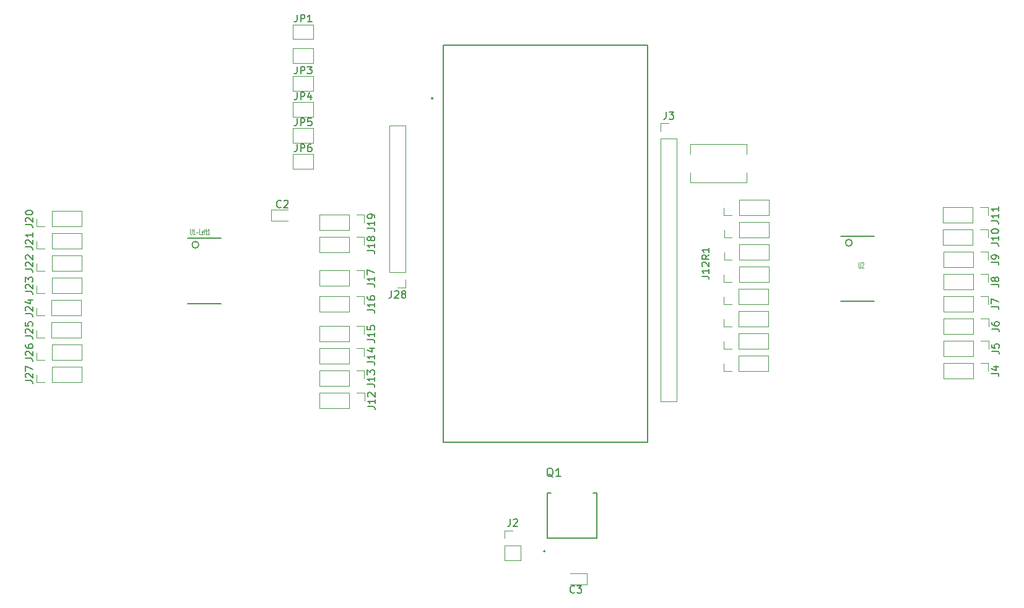
<source format=gbr>
%TF.GenerationSoftware,KiCad,Pcbnew,8.0.5*%
%TF.CreationDate,2024-11-24T13:45:08+01:00*%
%TF.ProjectId,navrh03,6e617672-6830-4332-9e6b-696361645f70,rev?*%
%TF.SameCoordinates,Original*%
%TF.FileFunction,Legend,Top*%
%TF.FilePolarity,Positive*%
%FSLAX46Y46*%
G04 Gerber Fmt 4.6, Leading zero omitted, Abs format (unit mm)*
G04 Created by KiCad (PCBNEW 8.0.5) date 2024-11-24 13:45:08*
%MOMM*%
%LPD*%
G01*
G04 APERTURE LIST*
%ADD10C,0.150000*%
%ADD11C,0.080000*%
%ADD12C,0.127000*%
%ADD13C,0.120000*%
%ADD14C,0.152400*%
%ADD15C,0.200000*%
G04 APERTURE END LIST*
D10*
X116838666Y-52803819D02*
X116838666Y-53518104D01*
X116838666Y-53518104D02*
X116791047Y-53660961D01*
X116791047Y-53660961D02*
X116695809Y-53756200D01*
X116695809Y-53756200D02*
X116552952Y-53803819D01*
X116552952Y-53803819D02*
X116457714Y-53803819D01*
X117314857Y-53803819D02*
X117314857Y-52803819D01*
X117314857Y-52803819D02*
X117695809Y-52803819D01*
X117695809Y-52803819D02*
X117791047Y-52851438D01*
X117791047Y-52851438D02*
X117838666Y-52899057D01*
X117838666Y-52899057D02*
X117886285Y-52994295D01*
X117886285Y-52994295D02*
X117886285Y-53137152D01*
X117886285Y-53137152D02*
X117838666Y-53232390D01*
X117838666Y-53232390D02*
X117791047Y-53280009D01*
X117791047Y-53280009D02*
X117695809Y-53327628D01*
X117695809Y-53327628D02*
X117314857Y-53327628D01*
X118219619Y-52803819D02*
X118838666Y-52803819D01*
X118838666Y-52803819D02*
X118505333Y-53184771D01*
X118505333Y-53184771D02*
X118648190Y-53184771D01*
X118648190Y-53184771D02*
X118743428Y-53232390D01*
X118743428Y-53232390D02*
X118791047Y-53280009D01*
X118791047Y-53280009D02*
X118838666Y-53375247D01*
X118838666Y-53375247D02*
X118838666Y-53613342D01*
X118838666Y-53613342D02*
X118791047Y-53708580D01*
X118791047Y-53708580D02*
X118743428Y-53756200D01*
X118743428Y-53756200D02*
X118648190Y-53803819D01*
X118648190Y-53803819D02*
X118362476Y-53803819D01*
X118362476Y-53803819D02*
X118267238Y-53756200D01*
X118267238Y-53756200D02*
X118219619Y-53708580D01*
X145970666Y-114758819D02*
X145970666Y-115473104D01*
X145970666Y-115473104D02*
X145923047Y-115615961D01*
X145923047Y-115615961D02*
X145827809Y-115711200D01*
X145827809Y-115711200D02*
X145684952Y-115758819D01*
X145684952Y-115758819D02*
X145589714Y-115758819D01*
X146399238Y-114854057D02*
X146446857Y-114806438D01*
X146446857Y-114806438D02*
X146542095Y-114758819D01*
X146542095Y-114758819D02*
X146780190Y-114758819D01*
X146780190Y-114758819D02*
X146875428Y-114806438D01*
X146875428Y-114806438D02*
X146923047Y-114854057D01*
X146923047Y-114854057D02*
X146970666Y-114949295D01*
X146970666Y-114949295D02*
X146970666Y-115044533D01*
X146970666Y-115044533D02*
X146923047Y-115187390D01*
X146923047Y-115187390D02*
X146351619Y-115758819D01*
X146351619Y-115758819D02*
X146970666Y-115758819D01*
X114641333Y-72031580D02*
X114593714Y-72079200D01*
X114593714Y-72079200D02*
X114450857Y-72126819D01*
X114450857Y-72126819D02*
X114355619Y-72126819D01*
X114355619Y-72126819D02*
X114212762Y-72079200D01*
X114212762Y-72079200D02*
X114117524Y-71983961D01*
X114117524Y-71983961D02*
X114069905Y-71888723D01*
X114069905Y-71888723D02*
X114022286Y-71698247D01*
X114022286Y-71698247D02*
X114022286Y-71555390D01*
X114022286Y-71555390D02*
X114069905Y-71364914D01*
X114069905Y-71364914D02*
X114117524Y-71269676D01*
X114117524Y-71269676D02*
X114212762Y-71174438D01*
X114212762Y-71174438D02*
X114355619Y-71126819D01*
X114355619Y-71126819D02*
X114450857Y-71126819D01*
X114450857Y-71126819D02*
X114593714Y-71174438D01*
X114593714Y-71174438D02*
X114641333Y-71222057D01*
X115022286Y-71222057D02*
X115069905Y-71174438D01*
X115069905Y-71174438D02*
X115165143Y-71126819D01*
X115165143Y-71126819D02*
X115403238Y-71126819D01*
X115403238Y-71126819D02*
X115498476Y-71174438D01*
X115498476Y-71174438D02*
X115546095Y-71222057D01*
X115546095Y-71222057D02*
X115593714Y-71317295D01*
X115593714Y-71317295D02*
X115593714Y-71412533D01*
X115593714Y-71412533D02*
X115546095Y-71555390D01*
X115546095Y-71555390D02*
X114974667Y-72126819D01*
X114974667Y-72126819D02*
X115593714Y-72126819D01*
X79658819Y-86661523D02*
X80373104Y-86661523D01*
X80373104Y-86661523D02*
X80515961Y-86709142D01*
X80515961Y-86709142D02*
X80611200Y-86804380D01*
X80611200Y-86804380D02*
X80658819Y-86947237D01*
X80658819Y-86947237D02*
X80658819Y-87042475D01*
X79754057Y-86232951D02*
X79706438Y-86185332D01*
X79706438Y-86185332D02*
X79658819Y-86090094D01*
X79658819Y-86090094D02*
X79658819Y-85851999D01*
X79658819Y-85851999D02*
X79706438Y-85756761D01*
X79706438Y-85756761D02*
X79754057Y-85709142D01*
X79754057Y-85709142D02*
X79849295Y-85661523D01*
X79849295Y-85661523D02*
X79944533Y-85661523D01*
X79944533Y-85661523D02*
X80087390Y-85709142D01*
X80087390Y-85709142D02*
X80658819Y-86280570D01*
X80658819Y-86280570D02*
X80658819Y-85661523D01*
X79992152Y-84804380D02*
X80658819Y-84804380D01*
X79611200Y-85042475D02*
X80325485Y-85280570D01*
X80325485Y-85280570D02*
X80325485Y-84661523D01*
X126450819Y-74977523D02*
X127165104Y-74977523D01*
X127165104Y-74977523D02*
X127307961Y-75025142D01*
X127307961Y-75025142D02*
X127403200Y-75120380D01*
X127403200Y-75120380D02*
X127450819Y-75263237D01*
X127450819Y-75263237D02*
X127450819Y-75358475D01*
X127450819Y-73977523D02*
X127450819Y-74548951D01*
X127450819Y-74263237D02*
X126450819Y-74263237D01*
X126450819Y-74263237D02*
X126593676Y-74358475D01*
X126593676Y-74358475D02*
X126688914Y-74453713D01*
X126688914Y-74453713D02*
X126736533Y-74548951D01*
X127450819Y-73501332D02*
X127450819Y-73310856D01*
X127450819Y-73310856D02*
X127403200Y-73215618D01*
X127403200Y-73215618D02*
X127355580Y-73167999D01*
X127355580Y-73167999D02*
X127212723Y-73072761D01*
X127212723Y-73072761D02*
X127022247Y-73025142D01*
X127022247Y-73025142D02*
X126641295Y-73025142D01*
X126641295Y-73025142D02*
X126546057Y-73072761D01*
X126546057Y-73072761D02*
X126498438Y-73120380D01*
X126498438Y-73120380D02*
X126450819Y-73215618D01*
X126450819Y-73215618D02*
X126450819Y-73406094D01*
X126450819Y-73406094D02*
X126498438Y-73501332D01*
X126498438Y-73501332D02*
X126546057Y-73548951D01*
X126546057Y-73548951D02*
X126641295Y-73596570D01*
X126641295Y-73596570D02*
X126879390Y-73596570D01*
X126879390Y-73596570D02*
X126974628Y-73548951D01*
X126974628Y-73548951D02*
X127022247Y-73501332D01*
X127022247Y-73501332D02*
X127069866Y-73406094D01*
X127069866Y-73406094D02*
X127069866Y-73215618D01*
X127069866Y-73215618D02*
X127022247Y-73120380D01*
X127022247Y-73120380D02*
X126974628Y-73072761D01*
X126974628Y-73072761D02*
X126879390Y-73025142D01*
X116838666Y-63453819D02*
X116838666Y-64168104D01*
X116838666Y-64168104D02*
X116791047Y-64310961D01*
X116791047Y-64310961D02*
X116695809Y-64406200D01*
X116695809Y-64406200D02*
X116552952Y-64453819D01*
X116552952Y-64453819D02*
X116457714Y-64453819D01*
X117314857Y-64453819D02*
X117314857Y-63453819D01*
X117314857Y-63453819D02*
X117695809Y-63453819D01*
X117695809Y-63453819D02*
X117791047Y-63501438D01*
X117791047Y-63501438D02*
X117838666Y-63549057D01*
X117838666Y-63549057D02*
X117886285Y-63644295D01*
X117886285Y-63644295D02*
X117886285Y-63787152D01*
X117886285Y-63787152D02*
X117838666Y-63882390D01*
X117838666Y-63882390D02*
X117791047Y-63930009D01*
X117791047Y-63930009D02*
X117695809Y-63977628D01*
X117695809Y-63977628D02*
X117314857Y-63977628D01*
X118743428Y-63453819D02*
X118552952Y-63453819D01*
X118552952Y-63453819D02*
X118457714Y-63501438D01*
X118457714Y-63501438D02*
X118410095Y-63549057D01*
X118410095Y-63549057D02*
X118314857Y-63691914D01*
X118314857Y-63691914D02*
X118267238Y-63882390D01*
X118267238Y-63882390D02*
X118267238Y-64263342D01*
X118267238Y-64263342D02*
X118314857Y-64358580D01*
X118314857Y-64358580D02*
X118362476Y-64406200D01*
X118362476Y-64406200D02*
X118457714Y-64453819D01*
X118457714Y-64453819D02*
X118648190Y-64453819D01*
X118648190Y-64453819D02*
X118743428Y-64406200D01*
X118743428Y-64406200D02*
X118791047Y-64358580D01*
X118791047Y-64358580D02*
X118838666Y-64263342D01*
X118838666Y-64263342D02*
X118838666Y-64025247D01*
X118838666Y-64025247D02*
X118791047Y-63930009D01*
X118791047Y-63930009D02*
X118743428Y-63882390D01*
X118743428Y-63882390D02*
X118648190Y-63834771D01*
X118648190Y-63834771D02*
X118457714Y-63834771D01*
X118457714Y-63834771D02*
X118362476Y-63882390D01*
X118362476Y-63882390D02*
X118314857Y-63930009D01*
X118314857Y-63930009D02*
X118267238Y-64025247D01*
X79658819Y-89709523D02*
X80373104Y-89709523D01*
X80373104Y-89709523D02*
X80515961Y-89757142D01*
X80515961Y-89757142D02*
X80611200Y-89852380D01*
X80611200Y-89852380D02*
X80658819Y-89995237D01*
X80658819Y-89995237D02*
X80658819Y-90090475D01*
X79754057Y-89280951D02*
X79706438Y-89233332D01*
X79706438Y-89233332D02*
X79658819Y-89138094D01*
X79658819Y-89138094D02*
X79658819Y-88899999D01*
X79658819Y-88899999D02*
X79706438Y-88804761D01*
X79706438Y-88804761D02*
X79754057Y-88757142D01*
X79754057Y-88757142D02*
X79849295Y-88709523D01*
X79849295Y-88709523D02*
X79944533Y-88709523D01*
X79944533Y-88709523D02*
X80087390Y-88757142D01*
X80087390Y-88757142D02*
X80658819Y-89328570D01*
X80658819Y-89328570D02*
X80658819Y-88709523D01*
X79658819Y-87804761D02*
X79658819Y-88280951D01*
X79658819Y-88280951D02*
X80135009Y-88328570D01*
X80135009Y-88328570D02*
X80087390Y-88280951D01*
X80087390Y-88280951D02*
X80039771Y-88185713D01*
X80039771Y-88185713D02*
X80039771Y-87947618D01*
X80039771Y-87947618D02*
X80087390Y-87852380D01*
X80087390Y-87852380D02*
X80135009Y-87804761D01*
X80135009Y-87804761D02*
X80230247Y-87757142D01*
X80230247Y-87757142D02*
X80468342Y-87757142D01*
X80468342Y-87757142D02*
X80563580Y-87804761D01*
X80563580Y-87804761D02*
X80611200Y-87852380D01*
X80611200Y-87852380D02*
X80658819Y-87947618D01*
X80658819Y-87947618D02*
X80658819Y-88185713D01*
X80658819Y-88185713D02*
X80611200Y-88280951D01*
X80611200Y-88280951D02*
X80563580Y-88328570D01*
X116838666Y-59903819D02*
X116838666Y-60618104D01*
X116838666Y-60618104D02*
X116791047Y-60760961D01*
X116791047Y-60760961D02*
X116695809Y-60856200D01*
X116695809Y-60856200D02*
X116552952Y-60903819D01*
X116552952Y-60903819D02*
X116457714Y-60903819D01*
X117314857Y-60903819D02*
X117314857Y-59903819D01*
X117314857Y-59903819D02*
X117695809Y-59903819D01*
X117695809Y-59903819D02*
X117791047Y-59951438D01*
X117791047Y-59951438D02*
X117838666Y-59999057D01*
X117838666Y-59999057D02*
X117886285Y-60094295D01*
X117886285Y-60094295D02*
X117886285Y-60237152D01*
X117886285Y-60237152D02*
X117838666Y-60332390D01*
X117838666Y-60332390D02*
X117791047Y-60380009D01*
X117791047Y-60380009D02*
X117695809Y-60427628D01*
X117695809Y-60427628D02*
X117314857Y-60427628D01*
X118791047Y-59903819D02*
X118314857Y-59903819D01*
X118314857Y-59903819D02*
X118267238Y-60380009D01*
X118267238Y-60380009D02*
X118314857Y-60332390D01*
X118314857Y-60332390D02*
X118410095Y-60284771D01*
X118410095Y-60284771D02*
X118648190Y-60284771D01*
X118648190Y-60284771D02*
X118743428Y-60332390D01*
X118743428Y-60332390D02*
X118791047Y-60380009D01*
X118791047Y-60380009D02*
X118838666Y-60475247D01*
X118838666Y-60475247D02*
X118838666Y-60713342D01*
X118838666Y-60713342D02*
X118791047Y-60808580D01*
X118791047Y-60808580D02*
X118743428Y-60856200D01*
X118743428Y-60856200D02*
X118648190Y-60903819D01*
X118648190Y-60903819D02*
X118410095Y-60903819D01*
X118410095Y-60903819D02*
X118314857Y-60856200D01*
X118314857Y-60856200D02*
X118267238Y-60808580D01*
X126450819Y-78025523D02*
X127165104Y-78025523D01*
X127165104Y-78025523D02*
X127307961Y-78073142D01*
X127307961Y-78073142D02*
X127403200Y-78168380D01*
X127403200Y-78168380D02*
X127450819Y-78311237D01*
X127450819Y-78311237D02*
X127450819Y-78406475D01*
X127450819Y-77025523D02*
X127450819Y-77596951D01*
X127450819Y-77311237D02*
X126450819Y-77311237D01*
X126450819Y-77311237D02*
X126593676Y-77406475D01*
X126593676Y-77406475D02*
X126688914Y-77501713D01*
X126688914Y-77501713D02*
X126736533Y-77596951D01*
X126879390Y-76454094D02*
X126831771Y-76549332D01*
X126831771Y-76549332D02*
X126784152Y-76596951D01*
X126784152Y-76596951D02*
X126688914Y-76644570D01*
X126688914Y-76644570D02*
X126641295Y-76644570D01*
X126641295Y-76644570D02*
X126546057Y-76596951D01*
X126546057Y-76596951D02*
X126498438Y-76549332D01*
X126498438Y-76549332D02*
X126450819Y-76454094D01*
X126450819Y-76454094D02*
X126450819Y-76263618D01*
X126450819Y-76263618D02*
X126498438Y-76168380D01*
X126498438Y-76168380D02*
X126546057Y-76120761D01*
X126546057Y-76120761D02*
X126641295Y-76073142D01*
X126641295Y-76073142D02*
X126688914Y-76073142D01*
X126688914Y-76073142D02*
X126784152Y-76120761D01*
X126784152Y-76120761D02*
X126831771Y-76168380D01*
X126831771Y-76168380D02*
X126879390Y-76263618D01*
X126879390Y-76263618D02*
X126879390Y-76454094D01*
X126879390Y-76454094D02*
X126927009Y-76549332D01*
X126927009Y-76549332D02*
X126974628Y-76596951D01*
X126974628Y-76596951D02*
X127069866Y-76644570D01*
X127069866Y-76644570D02*
X127260342Y-76644570D01*
X127260342Y-76644570D02*
X127355580Y-76596951D01*
X127355580Y-76596951D02*
X127403200Y-76549332D01*
X127403200Y-76549332D02*
X127450819Y-76454094D01*
X127450819Y-76454094D02*
X127450819Y-76263618D01*
X127450819Y-76263618D02*
X127403200Y-76168380D01*
X127403200Y-76168380D02*
X127355580Y-76120761D01*
X127355580Y-76120761D02*
X127260342Y-76073142D01*
X127260342Y-76073142D02*
X127069866Y-76073142D01*
X127069866Y-76073142D02*
X126974628Y-76120761D01*
X126974628Y-76120761D02*
X126927009Y-76168380D01*
X126927009Y-76168380D02*
X126879390Y-76263618D01*
X126482819Y-99361523D02*
X127197104Y-99361523D01*
X127197104Y-99361523D02*
X127339961Y-99409142D01*
X127339961Y-99409142D02*
X127435200Y-99504380D01*
X127435200Y-99504380D02*
X127482819Y-99647237D01*
X127482819Y-99647237D02*
X127482819Y-99742475D01*
X127482819Y-98361523D02*
X127482819Y-98932951D01*
X127482819Y-98647237D02*
X126482819Y-98647237D01*
X126482819Y-98647237D02*
X126625676Y-98742475D01*
X126625676Y-98742475D02*
X126720914Y-98837713D01*
X126720914Y-98837713D02*
X126768533Y-98932951D01*
X126578057Y-97980570D02*
X126530438Y-97932951D01*
X126530438Y-97932951D02*
X126482819Y-97837713D01*
X126482819Y-97837713D02*
X126482819Y-97599618D01*
X126482819Y-97599618D02*
X126530438Y-97504380D01*
X126530438Y-97504380D02*
X126578057Y-97456761D01*
X126578057Y-97456761D02*
X126673295Y-97409142D01*
X126673295Y-97409142D02*
X126768533Y-97409142D01*
X126768533Y-97409142D02*
X126911390Y-97456761D01*
X126911390Y-97456761D02*
X127482819Y-98028189D01*
X127482819Y-98028189D02*
X127482819Y-97409142D01*
X79690819Y-80565523D02*
X80405104Y-80565523D01*
X80405104Y-80565523D02*
X80547961Y-80613142D01*
X80547961Y-80613142D02*
X80643200Y-80708380D01*
X80643200Y-80708380D02*
X80690819Y-80851237D01*
X80690819Y-80851237D02*
X80690819Y-80946475D01*
X79786057Y-80136951D02*
X79738438Y-80089332D01*
X79738438Y-80089332D02*
X79690819Y-79994094D01*
X79690819Y-79994094D02*
X79690819Y-79755999D01*
X79690819Y-79755999D02*
X79738438Y-79660761D01*
X79738438Y-79660761D02*
X79786057Y-79613142D01*
X79786057Y-79613142D02*
X79881295Y-79565523D01*
X79881295Y-79565523D02*
X79976533Y-79565523D01*
X79976533Y-79565523D02*
X80119390Y-79613142D01*
X80119390Y-79613142D02*
X80690819Y-80184570D01*
X80690819Y-80184570D02*
X80690819Y-79565523D01*
X79786057Y-79184570D02*
X79738438Y-79136951D01*
X79738438Y-79136951D02*
X79690819Y-79041713D01*
X79690819Y-79041713D02*
X79690819Y-78803618D01*
X79690819Y-78803618D02*
X79738438Y-78708380D01*
X79738438Y-78708380D02*
X79786057Y-78660761D01*
X79786057Y-78660761D02*
X79881295Y-78613142D01*
X79881295Y-78613142D02*
X79976533Y-78613142D01*
X79976533Y-78613142D02*
X80119390Y-78660761D01*
X80119390Y-78660761D02*
X80690819Y-79232189D01*
X80690819Y-79232189D02*
X80690819Y-78613142D01*
X167306666Y-59022819D02*
X167306666Y-59737104D01*
X167306666Y-59737104D02*
X167259047Y-59879961D01*
X167259047Y-59879961D02*
X167163809Y-59975200D01*
X167163809Y-59975200D02*
X167020952Y-60022819D01*
X167020952Y-60022819D02*
X166925714Y-60022819D01*
X167687619Y-59022819D02*
X168306666Y-59022819D01*
X168306666Y-59022819D02*
X167973333Y-59403771D01*
X167973333Y-59403771D02*
X168116190Y-59403771D01*
X168116190Y-59403771D02*
X168211428Y-59451390D01*
X168211428Y-59451390D02*
X168259047Y-59499009D01*
X168259047Y-59499009D02*
X168306666Y-59594247D01*
X168306666Y-59594247D02*
X168306666Y-59832342D01*
X168306666Y-59832342D02*
X168259047Y-59927580D01*
X168259047Y-59927580D02*
X168211428Y-59975200D01*
X168211428Y-59975200D02*
X168116190Y-60022819D01*
X168116190Y-60022819D02*
X167830476Y-60022819D01*
X167830476Y-60022819D02*
X167735238Y-59975200D01*
X167735238Y-59975200D02*
X167687619Y-59927580D01*
X79690819Y-74469523D02*
X80405104Y-74469523D01*
X80405104Y-74469523D02*
X80547961Y-74517142D01*
X80547961Y-74517142D02*
X80643200Y-74612380D01*
X80643200Y-74612380D02*
X80690819Y-74755237D01*
X80690819Y-74755237D02*
X80690819Y-74850475D01*
X79786057Y-74040951D02*
X79738438Y-73993332D01*
X79738438Y-73993332D02*
X79690819Y-73898094D01*
X79690819Y-73898094D02*
X79690819Y-73659999D01*
X79690819Y-73659999D02*
X79738438Y-73564761D01*
X79738438Y-73564761D02*
X79786057Y-73517142D01*
X79786057Y-73517142D02*
X79881295Y-73469523D01*
X79881295Y-73469523D02*
X79976533Y-73469523D01*
X79976533Y-73469523D02*
X80119390Y-73517142D01*
X80119390Y-73517142D02*
X80690819Y-74088570D01*
X80690819Y-74088570D02*
X80690819Y-73469523D01*
X79690819Y-72850475D02*
X79690819Y-72755237D01*
X79690819Y-72755237D02*
X79738438Y-72659999D01*
X79738438Y-72659999D02*
X79786057Y-72612380D01*
X79786057Y-72612380D02*
X79881295Y-72564761D01*
X79881295Y-72564761D02*
X80071771Y-72517142D01*
X80071771Y-72517142D02*
X80309866Y-72517142D01*
X80309866Y-72517142D02*
X80500342Y-72564761D01*
X80500342Y-72564761D02*
X80595580Y-72612380D01*
X80595580Y-72612380D02*
X80643200Y-72659999D01*
X80643200Y-72659999D02*
X80690819Y-72755237D01*
X80690819Y-72755237D02*
X80690819Y-72850475D01*
X80690819Y-72850475D02*
X80643200Y-72945713D01*
X80643200Y-72945713D02*
X80595580Y-72993332D01*
X80595580Y-72993332D02*
X80500342Y-73040951D01*
X80500342Y-73040951D02*
X80309866Y-73088570D01*
X80309866Y-73088570D02*
X80071771Y-73088570D01*
X80071771Y-73088570D02*
X79881295Y-73040951D01*
X79881295Y-73040951D02*
X79786057Y-72993332D01*
X79786057Y-72993332D02*
X79738438Y-72945713D01*
X79738438Y-72945713D02*
X79690819Y-72850475D01*
X211794819Y-94821333D02*
X212509104Y-94821333D01*
X212509104Y-94821333D02*
X212651961Y-94868952D01*
X212651961Y-94868952D02*
X212747200Y-94964190D01*
X212747200Y-94964190D02*
X212794819Y-95107047D01*
X212794819Y-95107047D02*
X212794819Y-95202285D01*
X212128152Y-93916571D02*
X212794819Y-93916571D01*
X211747200Y-94154666D02*
X212461485Y-94392761D01*
X212461485Y-94392761D02*
X212461485Y-93773714D01*
X79690819Y-83613523D02*
X80405104Y-83613523D01*
X80405104Y-83613523D02*
X80547961Y-83661142D01*
X80547961Y-83661142D02*
X80643200Y-83756380D01*
X80643200Y-83756380D02*
X80690819Y-83899237D01*
X80690819Y-83899237D02*
X80690819Y-83994475D01*
X79786057Y-83184951D02*
X79738438Y-83137332D01*
X79738438Y-83137332D02*
X79690819Y-83042094D01*
X79690819Y-83042094D02*
X79690819Y-82803999D01*
X79690819Y-82803999D02*
X79738438Y-82708761D01*
X79738438Y-82708761D02*
X79786057Y-82661142D01*
X79786057Y-82661142D02*
X79881295Y-82613523D01*
X79881295Y-82613523D02*
X79976533Y-82613523D01*
X79976533Y-82613523D02*
X80119390Y-82661142D01*
X80119390Y-82661142D02*
X80690819Y-83232570D01*
X80690819Y-83232570D02*
X80690819Y-82613523D01*
X79690819Y-82280189D02*
X79690819Y-81661142D01*
X79690819Y-81661142D02*
X80071771Y-81994475D01*
X80071771Y-81994475D02*
X80071771Y-81851618D01*
X80071771Y-81851618D02*
X80119390Y-81756380D01*
X80119390Y-81756380D02*
X80167009Y-81708761D01*
X80167009Y-81708761D02*
X80262247Y-81661142D01*
X80262247Y-81661142D02*
X80500342Y-81661142D01*
X80500342Y-81661142D02*
X80595580Y-81708761D01*
X80595580Y-81708761D02*
X80643200Y-81756380D01*
X80643200Y-81756380D02*
X80690819Y-81851618D01*
X80690819Y-81851618D02*
X80690819Y-82137332D01*
X80690819Y-82137332D02*
X80643200Y-82232570D01*
X80643200Y-82232570D02*
X80595580Y-82280189D01*
X211794819Y-85677333D02*
X212509104Y-85677333D01*
X212509104Y-85677333D02*
X212651961Y-85724952D01*
X212651961Y-85724952D02*
X212747200Y-85820190D01*
X212747200Y-85820190D02*
X212794819Y-85963047D01*
X212794819Y-85963047D02*
X212794819Y-86058285D01*
X211794819Y-85296380D02*
X211794819Y-84629714D01*
X211794819Y-84629714D02*
X212794819Y-85058285D01*
X116838666Y-45703819D02*
X116838666Y-46418104D01*
X116838666Y-46418104D02*
X116791047Y-46560961D01*
X116791047Y-46560961D02*
X116695809Y-46656200D01*
X116695809Y-46656200D02*
X116552952Y-46703819D01*
X116552952Y-46703819D02*
X116457714Y-46703819D01*
X117314857Y-46703819D02*
X117314857Y-45703819D01*
X117314857Y-45703819D02*
X117695809Y-45703819D01*
X117695809Y-45703819D02*
X117791047Y-45751438D01*
X117791047Y-45751438D02*
X117838666Y-45799057D01*
X117838666Y-45799057D02*
X117886285Y-45894295D01*
X117886285Y-45894295D02*
X117886285Y-46037152D01*
X117886285Y-46037152D02*
X117838666Y-46132390D01*
X117838666Y-46132390D02*
X117791047Y-46180009D01*
X117791047Y-46180009D02*
X117695809Y-46227628D01*
X117695809Y-46227628D02*
X117314857Y-46227628D01*
X118838666Y-46703819D02*
X118267238Y-46703819D01*
X118552952Y-46703819D02*
X118552952Y-45703819D01*
X118552952Y-45703819D02*
X118457714Y-45846676D01*
X118457714Y-45846676D02*
X118362476Y-45941914D01*
X118362476Y-45941914D02*
X118267238Y-45989533D01*
X211762819Y-77009523D02*
X212477104Y-77009523D01*
X212477104Y-77009523D02*
X212619961Y-77057142D01*
X212619961Y-77057142D02*
X212715200Y-77152380D01*
X212715200Y-77152380D02*
X212762819Y-77295237D01*
X212762819Y-77295237D02*
X212762819Y-77390475D01*
X212762819Y-76009523D02*
X212762819Y-76580951D01*
X212762819Y-76295237D02*
X211762819Y-76295237D01*
X211762819Y-76295237D02*
X211905676Y-76390475D01*
X211905676Y-76390475D02*
X212000914Y-76485713D01*
X212000914Y-76485713D02*
X212048533Y-76580951D01*
X211762819Y-75390475D02*
X211762819Y-75295237D01*
X211762819Y-75295237D02*
X211810438Y-75199999D01*
X211810438Y-75199999D02*
X211858057Y-75152380D01*
X211858057Y-75152380D02*
X211953295Y-75104761D01*
X211953295Y-75104761D02*
X212143771Y-75057142D01*
X212143771Y-75057142D02*
X212381866Y-75057142D01*
X212381866Y-75057142D02*
X212572342Y-75104761D01*
X212572342Y-75104761D02*
X212667580Y-75152380D01*
X212667580Y-75152380D02*
X212715200Y-75199999D01*
X212715200Y-75199999D02*
X212762819Y-75295237D01*
X212762819Y-75295237D02*
X212762819Y-75390475D01*
X212762819Y-75390475D02*
X212715200Y-75485713D01*
X212715200Y-75485713D02*
X212667580Y-75533332D01*
X212667580Y-75533332D02*
X212572342Y-75580951D01*
X212572342Y-75580951D02*
X212381866Y-75628570D01*
X212381866Y-75628570D02*
X212143771Y-75628570D01*
X212143771Y-75628570D02*
X211953295Y-75580951D01*
X211953295Y-75580951D02*
X211858057Y-75533332D01*
X211858057Y-75533332D02*
X211810438Y-75485713D01*
X211810438Y-75485713D02*
X211762819Y-75390475D01*
X126450819Y-96313523D02*
X127165104Y-96313523D01*
X127165104Y-96313523D02*
X127307961Y-96361142D01*
X127307961Y-96361142D02*
X127403200Y-96456380D01*
X127403200Y-96456380D02*
X127450819Y-96599237D01*
X127450819Y-96599237D02*
X127450819Y-96694475D01*
X127450819Y-95313523D02*
X127450819Y-95884951D01*
X127450819Y-95599237D02*
X126450819Y-95599237D01*
X126450819Y-95599237D02*
X126593676Y-95694475D01*
X126593676Y-95694475D02*
X126688914Y-95789713D01*
X126688914Y-95789713D02*
X126736533Y-95884951D01*
X126450819Y-94980189D02*
X126450819Y-94361142D01*
X126450819Y-94361142D02*
X126831771Y-94694475D01*
X126831771Y-94694475D02*
X126831771Y-94551618D01*
X126831771Y-94551618D02*
X126879390Y-94456380D01*
X126879390Y-94456380D02*
X126927009Y-94408761D01*
X126927009Y-94408761D02*
X127022247Y-94361142D01*
X127022247Y-94361142D02*
X127260342Y-94361142D01*
X127260342Y-94361142D02*
X127355580Y-94408761D01*
X127355580Y-94408761D02*
X127403200Y-94456380D01*
X127403200Y-94456380D02*
X127450819Y-94551618D01*
X127450819Y-94551618D02*
X127450819Y-94837332D01*
X127450819Y-94837332D02*
X127403200Y-94932570D01*
X127403200Y-94932570D02*
X127355580Y-94980189D01*
X79690819Y-92757523D02*
X80405104Y-92757523D01*
X80405104Y-92757523D02*
X80547961Y-92805142D01*
X80547961Y-92805142D02*
X80643200Y-92900380D01*
X80643200Y-92900380D02*
X80690819Y-93043237D01*
X80690819Y-93043237D02*
X80690819Y-93138475D01*
X79786057Y-92328951D02*
X79738438Y-92281332D01*
X79738438Y-92281332D02*
X79690819Y-92186094D01*
X79690819Y-92186094D02*
X79690819Y-91947999D01*
X79690819Y-91947999D02*
X79738438Y-91852761D01*
X79738438Y-91852761D02*
X79786057Y-91805142D01*
X79786057Y-91805142D02*
X79881295Y-91757523D01*
X79881295Y-91757523D02*
X79976533Y-91757523D01*
X79976533Y-91757523D02*
X80119390Y-91805142D01*
X80119390Y-91805142D02*
X80690819Y-92376570D01*
X80690819Y-92376570D02*
X80690819Y-91757523D01*
X79690819Y-90900380D02*
X79690819Y-91090856D01*
X79690819Y-91090856D02*
X79738438Y-91186094D01*
X79738438Y-91186094D02*
X79786057Y-91233713D01*
X79786057Y-91233713D02*
X79928914Y-91328951D01*
X79928914Y-91328951D02*
X80119390Y-91376570D01*
X80119390Y-91376570D02*
X80500342Y-91376570D01*
X80500342Y-91376570D02*
X80595580Y-91328951D01*
X80595580Y-91328951D02*
X80643200Y-91281332D01*
X80643200Y-91281332D02*
X80690819Y-91186094D01*
X80690819Y-91186094D02*
X80690819Y-90995618D01*
X80690819Y-90995618D02*
X80643200Y-90900380D01*
X80643200Y-90900380D02*
X80595580Y-90852761D01*
X80595580Y-90852761D02*
X80500342Y-90805142D01*
X80500342Y-90805142D02*
X80262247Y-90805142D01*
X80262247Y-90805142D02*
X80167009Y-90852761D01*
X80167009Y-90852761D02*
X80119390Y-90900380D01*
X80119390Y-90900380D02*
X80071771Y-90995618D01*
X80071771Y-90995618D02*
X80071771Y-91186094D01*
X80071771Y-91186094D02*
X80119390Y-91281332D01*
X80119390Y-91281332D02*
X80167009Y-91328951D01*
X80167009Y-91328951D02*
X80262247Y-91376570D01*
X126450819Y-93265523D02*
X127165104Y-93265523D01*
X127165104Y-93265523D02*
X127307961Y-93313142D01*
X127307961Y-93313142D02*
X127403200Y-93408380D01*
X127403200Y-93408380D02*
X127450819Y-93551237D01*
X127450819Y-93551237D02*
X127450819Y-93646475D01*
X127450819Y-92265523D02*
X127450819Y-92836951D01*
X127450819Y-92551237D02*
X126450819Y-92551237D01*
X126450819Y-92551237D02*
X126593676Y-92646475D01*
X126593676Y-92646475D02*
X126688914Y-92741713D01*
X126688914Y-92741713D02*
X126736533Y-92836951D01*
X126784152Y-91408380D02*
X127450819Y-91408380D01*
X126403200Y-91646475D02*
X127117485Y-91884570D01*
X127117485Y-91884570D02*
X127117485Y-91265523D01*
X172174819Y-81541714D02*
X172889104Y-81541714D01*
X172889104Y-81541714D02*
X173031961Y-81589333D01*
X173031961Y-81589333D02*
X173127200Y-81684571D01*
X173127200Y-81684571D02*
X173174819Y-81827428D01*
X173174819Y-81827428D02*
X173174819Y-81922666D01*
X173174819Y-80541714D02*
X173174819Y-81113142D01*
X173174819Y-80827428D02*
X172174819Y-80827428D01*
X172174819Y-80827428D02*
X172317676Y-80922666D01*
X172317676Y-80922666D02*
X172412914Y-81017904D01*
X172412914Y-81017904D02*
X172460533Y-81113142D01*
X172270057Y-80160761D02*
X172222438Y-80113142D01*
X172222438Y-80113142D02*
X172174819Y-80017904D01*
X172174819Y-80017904D02*
X172174819Y-79779809D01*
X172174819Y-79779809D02*
X172222438Y-79684571D01*
X172222438Y-79684571D02*
X172270057Y-79636952D01*
X172270057Y-79636952D02*
X172365295Y-79589333D01*
X172365295Y-79589333D02*
X172460533Y-79589333D01*
X172460533Y-79589333D02*
X172603390Y-79636952D01*
X172603390Y-79636952D02*
X173174819Y-80208380D01*
X173174819Y-80208380D02*
X173174819Y-79589333D01*
X173174819Y-78589333D02*
X172698628Y-78922666D01*
X173174819Y-79160761D02*
X172174819Y-79160761D01*
X172174819Y-79160761D02*
X172174819Y-78779809D01*
X172174819Y-78779809D02*
X172222438Y-78684571D01*
X172222438Y-78684571D02*
X172270057Y-78636952D01*
X172270057Y-78636952D02*
X172365295Y-78589333D01*
X172365295Y-78589333D02*
X172508152Y-78589333D01*
X172508152Y-78589333D02*
X172603390Y-78636952D01*
X172603390Y-78636952D02*
X172651009Y-78684571D01*
X172651009Y-78684571D02*
X172698628Y-78779809D01*
X172698628Y-78779809D02*
X172698628Y-79160761D01*
X173174819Y-77636952D02*
X173174819Y-78208380D01*
X173174819Y-77922666D02*
X172174819Y-77922666D01*
X172174819Y-77922666D02*
X172317676Y-78017904D01*
X172317676Y-78017904D02*
X172412914Y-78113142D01*
X172412914Y-78113142D02*
X172460533Y-78208380D01*
D11*
X193647869Y-79597935D02*
X193647869Y-80245554D01*
X193647869Y-80245554D02*
X193666916Y-80321744D01*
X193666916Y-80321744D02*
X193685964Y-80359840D01*
X193685964Y-80359840D02*
X193724059Y-80397935D01*
X193724059Y-80397935D02*
X193800250Y-80397935D01*
X193800250Y-80397935D02*
X193838345Y-80359840D01*
X193838345Y-80359840D02*
X193857392Y-80321744D01*
X193857392Y-80321744D02*
X193876440Y-80245554D01*
X193876440Y-80245554D02*
X193876440Y-79597935D01*
X194047869Y-79674125D02*
X194066917Y-79636030D01*
X194066917Y-79636030D02*
X194105012Y-79597935D01*
X194105012Y-79597935D02*
X194200250Y-79597935D01*
X194200250Y-79597935D02*
X194238345Y-79636030D01*
X194238345Y-79636030D02*
X194257393Y-79674125D01*
X194257393Y-79674125D02*
X194276440Y-79750316D01*
X194276440Y-79750316D02*
X194276440Y-79826506D01*
X194276440Y-79826506D02*
X194257393Y-79940792D01*
X194257393Y-79940792D02*
X194028821Y-80397935D01*
X194028821Y-80397935D02*
X194276440Y-80397935D01*
D10*
X154773333Y-124775580D02*
X154725714Y-124823200D01*
X154725714Y-124823200D02*
X154582857Y-124870819D01*
X154582857Y-124870819D02*
X154487619Y-124870819D01*
X154487619Y-124870819D02*
X154344762Y-124823200D01*
X154344762Y-124823200D02*
X154249524Y-124727961D01*
X154249524Y-124727961D02*
X154201905Y-124632723D01*
X154201905Y-124632723D02*
X154154286Y-124442247D01*
X154154286Y-124442247D02*
X154154286Y-124299390D01*
X154154286Y-124299390D02*
X154201905Y-124108914D01*
X154201905Y-124108914D02*
X154249524Y-124013676D01*
X154249524Y-124013676D02*
X154344762Y-123918438D01*
X154344762Y-123918438D02*
X154487619Y-123870819D01*
X154487619Y-123870819D02*
X154582857Y-123870819D01*
X154582857Y-123870819D02*
X154725714Y-123918438D01*
X154725714Y-123918438D02*
X154773333Y-123966057D01*
X155106667Y-123870819D02*
X155725714Y-123870819D01*
X155725714Y-123870819D02*
X155392381Y-124251771D01*
X155392381Y-124251771D02*
X155535238Y-124251771D01*
X155535238Y-124251771D02*
X155630476Y-124299390D01*
X155630476Y-124299390D02*
X155678095Y-124347009D01*
X155678095Y-124347009D02*
X155725714Y-124442247D01*
X155725714Y-124442247D02*
X155725714Y-124680342D01*
X155725714Y-124680342D02*
X155678095Y-124775580D01*
X155678095Y-124775580D02*
X155630476Y-124823200D01*
X155630476Y-124823200D02*
X155535238Y-124870819D01*
X155535238Y-124870819D02*
X155249524Y-124870819D01*
X155249524Y-124870819D02*
X155154286Y-124823200D01*
X155154286Y-124823200D02*
X155106667Y-124775580D01*
X211826819Y-91773333D02*
X212541104Y-91773333D01*
X212541104Y-91773333D02*
X212683961Y-91820952D01*
X212683961Y-91820952D02*
X212779200Y-91916190D01*
X212779200Y-91916190D02*
X212826819Y-92059047D01*
X212826819Y-92059047D02*
X212826819Y-92154285D01*
X211826819Y-90820952D02*
X211826819Y-91297142D01*
X211826819Y-91297142D02*
X212303009Y-91344761D01*
X212303009Y-91344761D02*
X212255390Y-91297142D01*
X212255390Y-91297142D02*
X212207771Y-91201904D01*
X212207771Y-91201904D02*
X212207771Y-90963809D01*
X212207771Y-90963809D02*
X212255390Y-90868571D01*
X212255390Y-90868571D02*
X212303009Y-90820952D01*
X212303009Y-90820952D02*
X212398247Y-90773333D01*
X212398247Y-90773333D02*
X212636342Y-90773333D01*
X212636342Y-90773333D02*
X212731580Y-90820952D01*
X212731580Y-90820952D02*
X212779200Y-90868571D01*
X212779200Y-90868571D02*
X212826819Y-90963809D01*
X212826819Y-90963809D02*
X212826819Y-91201904D01*
X212826819Y-91201904D02*
X212779200Y-91297142D01*
X212779200Y-91297142D02*
X212731580Y-91344761D01*
X116838666Y-56353819D02*
X116838666Y-57068104D01*
X116838666Y-57068104D02*
X116791047Y-57210961D01*
X116791047Y-57210961D02*
X116695809Y-57306200D01*
X116695809Y-57306200D02*
X116552952Y-57353819D01*
X116552952Y-57353819D02*
X116457714Y-57353819D01*
X117314857Y-57353819D02*
X117314857Y-56353819D01*
X117314857Y-56353819D02*
X117695809Y-56353819D01*
X117695809Y-56353819D02*
X117791047Y-56401438D01*
X117791047Y-56401438D02*
X117838666Y-56449057D01*
X117838666Y-56449057D02*
X117886285Y-56544295D01*
X117886285Y-56544295D02*
X117886285Y-56687152D01*
X117886285Y-56687152D02*
X117838666Y-56782390D01*
X117838666Y-56782390D02*
X117791047Y-56830009D01*
X117791047Y-56830009D02*
X117695809Y-56877628D01*
X117695809Y-56877628D02*
X117314857Y-56877628D01*
X118743428Y-56687152D02*
X118743428Y-57353819D01*
X118505333Y-56306200D02*
X118267238Y-57020485D01*
X118267238Y-57020485D02*
X118886285Y-57020485D01*
X126450819Y-90217523D02*
X127165104Y-90217523D01*
X127165104Y-90217523D02*
X127307961Y-90265142D01*
X127307961Y-90265142D02*
X127403200Y-90360380D01*
X127403200Y-90360380D02*
X127450819Y-90503237D01*
X127450819Y-90503237D02*
X127450819Y-90598475D01*
X127450819Y-89217523D02*
X127450819Y-89788951D01*
X127450819Y-89503237D02*
X126450819Y-89503237D01*
X126450819Y-89503237D02*
X126593676Y-89598475D01*
X126593676Y-89598475D02*
X126688914Y-89693713D01*
X126688914Y-89693713D02*
X126736533Y-89788951D01*
X126450819Y-88312761D02*
X126450819Y-88788951D01*
X126450819Y-88788951D02*
X126927009Y-88836570D01*
X126927009Y-88836570D02*
X126879390Y-88788951D01*
X126879390Y-88788951D02*
X126831771Y-88693713D01*
X126831771Y-88693713D02*
X126831771Y-88455618D01*
X126831771Y-88455618D02*
X126879390Y-88360380D01*
X126879390Y-88360380D02*
X126927009Y-88312761D01*
X126927009Y-88312761D02*
X127022247Y-88265142D01*
X127022247Y-88265142D02*
X127260342Y-88265142D01*
X127260342Y-88265142D02*
X127355580Y-88312761D01*
X127355580Y-88312761D02*
X127403200Y-88360380D01*
X127403200Y-88360380D02*
X127450819Y-88455618D01*
X127450819Y-88455618D02*
X127450819Y-88693713D01*
X127450819Y-88693713D02*
X127403200Y-88788951D01*
X127403200Y-88788951D02*
X127355580Y-88836570D01*
X211826819Y-88725333D02*
X212541104Y-88725333D01*
X212541104Y-88725333D02*
X212683961Y-88772952D01*
X212683961Y-88772952D02*
X212779200Y-88868190D01*
X212779200Y-88868190D02*
X212826819Y-89011047D01*
X212826819Y-89011047D02*
X212826819Y-89106285D01*
X211826819Y-87820571D02*
X211826819Y-88011047D01*
X211826819Y-88011047D02*
X211874438Y-88106285D01*
X211874438Y-88106285D02*
X211922057Y-88153904D01*
X211922057Y-88153904D02*
X212064914Y-88249142D01*
X212064914Y-88249142D02*
X212255390Y-88296761D01*
X212255390Y-88296761D02*
X212636342Y-88296761D01*
X212636342Y-88296761D02*
X212731580Y-88249142D01*
X212731580Y-88249142D02*
X212779200Y-88201523D01*
X212779200Y-88201523D02*
X212826819Y-88106285D01*
X212826819Y-88106285D02*
X212826819Y-87915809D01*
X212826819Y-87915809D02*
X212779200Y-87820571D01*
X212779200Y-87820571D02*
X212731580Y-87772952D01*
X212731580Y-87772952D02*
X212636342Y-87725333D01*
X212636342Y-87725333D02*
X212398247Y-87725333D01*
X212398247Y-87725333D02*
X212303009Y-87772952D01*
X212303009Y-87772952D02*
X212255390Y-87820571D01*
X212255390Y-87820571D02*
X212207771Y-87915809D01*
X212207771Y-87915809D02*
X212207771Y-88106285D01*
X212207771Y-88106285D02*
X212255390Y-88201523D01*
X212255390Y-88201523D02*
X212303009Y-88249142D01*
X212303009Y-88249142D02*
X212398247Y-88296761D01*
X126450819Y-82597523D02*
X127165104Y-82597523D01*
X127165104Y-82597523D02*
X127307961Y-82645142D01*
X127307961Y-82645142D02*
X127403200Y-82740380D01*
X127403200Y-82740380D02*
X127450819Y-82883237D01*
X127450819Y-82883237D02*
X127450819Y-82978475D01*
X127450819Y-81597523D02*
X127450819Y-82168951D01*
X127450819Y-81883237D02*
X126450819Y-81883237D01*
X126450819Y-81883237D02*
X126593676Y-81978475D01*
X126593676Y-81978475D02*
X126688914Y-82073713D01*
X126688914Y-82073713D02*
X126736533Y-82168951D01*
X126450819Y-81264189D02*
X126450819Y-80597523D01*
X126450819Y-80597523D02*
X127450819Y-81026094D01*
X129746476Y-83490819D02*
X129746476Y-84205104D01*
X129746476Y-84205104D02*
X129698857Y-84347961D01*
X129698857Y-84347961D02*
X129603619Y-84443200D01*
X129603619Y-84443200D02*
X129460762Y-84490819D01*
X129460762Y-84490819D02*
X129365524Y-84490819D01*
X130175048Y-83586057D02*
X130222667Y-83538438D01*
X130222667Y-83538438D02*
X130317905Y-83490819D01*
X130317905Y-83490819D02*
X130556000Y-83490819D01*
X130556000Y-83490819D02*
X130651238Y-83538438D01*
X130651238Y-83538438D02*
X130698857Y-83586057D01*
X130698857Y-83586057D02*
X130746476Y-83681295D01*
X130746476Y-83681295D02*
X130746476Y-83776533D01*
X130746476Y-83776533D02*
X130698857Y-83919390D01*
X130698857Y-83919390D02*
X130127429Y-84490819D01*
X130127429Y-84490819D02*
X130746476Y-84490819D01*
X131317905Y-83919390D02*
X131222667Y-83871771D01*
X131222667Y-83871771D02*
X131175048Y-83824152D01*
X131175048Y-83824152D02*
X131127429Y-83728914D01*
X131127429Y-83728914D02*
X131127429Y-83681295D01*
X131127429Y-83681295D02*
X131175048Y-83586057D01*
X131175048Y-83586057D02*
X131222667Y-83538438D01*
X131222667Y-83538438D02*
X131317905Y-83490819D01*
X131317905Y-83490819D02*
X131508381Y-83490819D01*
X131508381Y-83490819D02*
X131603619Y-83538438D01*
X131603619Y-83538438D02*
X131651238Y-83586057D01*
X131651238Y-83586057D02*
X131698857Y-83681295D01*
X131698857Y-83681295D02*
X131698857Y-83728914D01*
X131698857Y-83728914D02*
X131651238Y-83824152D01*
X131651238Y-83824152D02*
X131603619Y-83871771D01*
X131603619Y-83871771D02*
X131508381Y-83919390D01*
X131508381Y-83919390D02*
X131317905Y-83919390D01*
X131317905Y-83919390D02*
X131222667Y-83967009D01*
X131222667Y-83967009D02*
X131175048Y-84014628D01*
X131175048Y-84014628D02*
X131127429Y-84109866D01*
X131127429Y-84109866D02*
X131127429Y-84300342D01*
X131127429Y-84300342D02*
X131175048Y-84395580D01*
X131175048Y-84395580D02*
X131222667Y-84443200D01*
X131222667Y-84443200D02*
X131317905Y-84490819D01*
X131317905Y-84490819D02*
X131508381Y-84490819D01*
X131508381Y-84490819D02*
X131603619Y-84443200D01*
X131603619Y-84443200D02*
X131651238Y-84395580D01*
X131651238Y-84395580D02*
X131698857Y-84300342D01*
X131698857Y-84300342D02*
X131698857Y-84109866D01*
X131698857Y-84109866D02*
X131651238Y-84014628D01*
X131651238Y-84014628D02*
X131603619Y-83967009D01*
X131603619Y-83967009D02*
X131508381Y-83919390D01*
X79690819Y-95805523D02*
X80405104Y-95805523D01*
X80405104Y-95805523D02*
X80547961Y-95853142D01*
X80547961Y-95853142D02*
X80643200Y-95948380D01*
X80643200Y-95948380D02*
X80690819Y-96091237D01*
X80690819Y-96091237D02*
X80690819Y-96186475D01*
X79786057Y-95376951D02*
X79738438Y-95329332D01*
X79738438Y-95329332D02*
X79690819Y-95234094D01*
X79690819Y-95234094D02*
X79690819Y-94995999D01*
X79690819Y-94995999D02*
X79738438Y-94900761D01*
X79738438Y-94900761D02*
X79786057Y-94853142D01*
X79786057Y-94853142D02*
X79881295Y-94805523D01*
X79881295Y-94805523D02*
X79976533Y-94805523D01*
X79976533Y-94805523D02*
X80119390Y-94853142D01*
X80119390Y-94853142D02*
X80690819Y-95424570D01*
X80690819Y-95424570D02*
X80690819Y-94805523D01*
X79690819Y-94472189D02*
X79690819Y-93805523D01*
X79690819Y-93805523D02*
X80690819Y-94234094D01*
X211794819Y-82629333D02*
X212509104Y-82629333D01*
X212509104Y-82629333D02*
X212651961Y-82676952D01*
X212651961Y-82676952D02*
X212747200Y-82772190D01*
X212747200Y-82772190D02*
X212794819Y-82915047D01*
X212794819Y-82915047D02*
X212794819Y-83010285D01*
X212223390Y-82010285D02*
X212175771Y-82105523D01*
X212175771Y-82105523D02*
X212128152Y-82153142D01*
X212128152Y-82153142D02*
X212032914Y-82200761D01*
X212032914Y-82200761D02*
X211985295Y-82200761D01*
X211985295Y-82200761D02*
X211890057Y-82153142D01*
X211890057Y-82153142D02*
X211842438Y-82105523D01*
X211842438Y-82105523D02*
X211794819Y-82010285D01*
X211794819Y-82010285D02*
X211794819Y-81819809D01*
X211794819Y-81819809D02*
X211842438Y-81724571D01*
X211842438Y-81724571D02*
X211890057Y-81676952D01*
X211890057Y-81676952D02*
X211985295Y-81629333D01*
X211985295Y-81629333D02*
X212032914Y-81629333D01*
X212032914Y-81629333D02*
X212128152Y-81676952D01*
X212128152Y-81676952D02*
X212175771Y-81724571D01*
X212175771Y-81724571D02*
X212223390Y-81819809D01*
X212223390Y-81819809D02*
X212223390Y-82010285D01*
X212223390Y-82010285D02*
X212271009Y-82105523D01*
X212271009Y-82105523D02*
X212318628Y-82153142D01*
X212318628Y-82153142D02*
X212413866Y-82200761D01*
X212413866Y-82200761D02*
X212604342Y-82200761D01*
X212604342Y-82200761D02*
X212699580Y-82153142D01*
X212699580Y-82153142D02*
X212747200Y-82105523D01*
X212747200Y-82105523D02*
X212794819Y-82010285D01*
X212794819Y-82010285D02*
X212794819Y-81819809D01*
X212794819Y-81819809D02*
X212747200Y-81724571D01*
X212747200Y-81724571D02*
X212699580Y-81676952D01*
X212699580Y-81676952D02*
X212604342Y-81629333D01*
X212604342Y-81629333D02*
X212413866Y-81629333D01*
X212413866Y-81629333D02*
X212318628Y-81676952D01*
X212318628Y-81676952D02*
X212271009Y-81724571D01*
X212271009Y-81724571D02*
X212223390Y-81819809D01*
X211794819Y-79581333D02*
X212509104Y-79581333D01*
X212509104Y-79581333D02*
X212651961Y-79628952D01*
X212651961Y-79628952D02*
X212747200Y-79724190D01*
X212747200Y-79724190D02*
X212794819Y-79867047D01*
X212794819Y-79867047D02*
X212794819Y-79962285D01*
X212794819Y-79057523D02*
X212794819Y-78867047D01*
X212794819Y-78867047D02*
X212747200Y-78771809D01*
X212747200Y-78771809D02*
X212699580Y-78724190D01*
X212699580Y-78724190D02*
X212556723Y-78628952D01*
X212556723Y-78628952D02*
X212366247Y-78581333D01*
X212366247Y-78581333D02*
X211985295Y-78581333D01*
X211985295Y-78581333D02*
X211890057Y-78628952D01*
X211890057Y-78628952D02*
X211842438Y-78676571D01*
X211842438Y-78676571D02*
X211794819Y-78771809D01*
X211794819Y-78771809D02*
X211794819Y-78962285D01*
X211794819Y-78962285D02*
X211842438Y-79057523D01*
X211842438Y-79057523D02*
X211890057Y-79105142D01*
X211890057Y-79105142D02*
X211985295Y-79152761D01*
X211985295Y-79152761D02*
X212223390Y-79152761D01*
X212223390Y-79152761D02*
X212318628Y-79105142D01*
X212318628Y-79105142D02*
X212366247Y-79057523D01*
X212366247Y-79057523D02*
X212413866Y-78962285D01*
X212413866Y-78962285D02*
X212413866Y-78771809D01*
X212413866Y-78771809D02*
X212366247Y-78676571D01*
X212366247Y-78676571D02*
X212318628Y-78628952D01*
X212318628Y-78628952D02*
X212223390Y-78581333D01*
X211762819Y-73961523D02*
X212477104Y-73961523D01*
X212477104Y-73961523D02*
X212619961Y-74009142D01*
X212619961Y-74009142D02*
X212715200Y-74104380D01*
X212715200Y-74104380D02*
X212762819Y-74247237D01*
X212762819Y-74247237D02*
X212762819Y-74342475D01*
X212762819Y-72961523D02*
X212762819Y-73532951D01*
X212762819Y-73247237D02*
X211762819Y-73247237D01*
X211762819Y-73247237D02*
X211905676Y-73342475D01*
X211905676Y-73342475D02*
X212000914Y-73437713D01*
X212000914Y-73437713D02*
X212048533Y-73532951D01*
X212762819Y-72009142D02*
X212762819Y-72580570D01*
X212762819Y-72294856D02*
X211762819Y-72294856D01*
X211762819Y-72294856D02*
X211905676Y-72390094D01*
X211905676Y-72390094D02*
X212000914Y-72485332D01*
X212000914Y-72485332D02*
X212048533Y-72580570D01*
D12*
X151842914Y-109020931D02*
X151734057Y-108966503D01*
X151734057Y-108966503D02*
X151625200Y-108857646D01*
X151625200Y-108857646D02*
X151461914Y-108694360D01*
X151461914Y-108694360D02*
X151353057Y-108639931D01*
X151353057Y-108639931D02*
X151244200Y-108639931D01*
X151298629Y-108912074D02*
X151189772Y-108857646D01*
X151189772Y-108857646D02*
X151080914Y-108748788D01*
X151080914Y-108748788D02*
X151026486Y-108531074D01*
X151026486Y-108531074D02*
X151026486Y-108150074D01*
X151026486Y-108150074D02*
X151080914Y-107932360D01*
X151080914Y-107932360D02*
X151189772Y-107823503D01*
X151189772Y-107823503D02*
X151298629Y-107769074D01*
X151298629Y-107769074D02*
X151516343Y-107769074D01*
X151516343Y-107769074D02*
X151625200Y-107823503D01*
X151625200Y-107823503D02*
X151734057Y-107932360D01*
X151734057Y-107932360D02*
X151788486Y-108150074D01*
X151788486Y-108150074D02*
X151788486Y-108531074D01*
X151788486Y-108531074D02*
X151734057Y-108748788D01*
X151734057Y-108748788D02*
X151625200Y-108857646D01*
X151625200Y-108857646D02*
X151516343Y-108912074D01*
X151516343Y-108912074D02*
X151298629Y-108912074D01*
X152877058Y-108912074D02*
X152223915Y-108912074D01*
X152550486Y-108912074D02*
X152550486Y-107769074D01*
X152550486Y-107769074D02*
X152441629Y-107932360D01*
X152441629Y-107932360D02*
X152332772Y-108041217D01*
X152332772Y-108041217D02*
X152223915Y-108095646D01*
D10*
X79690819Y-77517523D02*
X80405104Y-77517523D01*
X80405104Y-77517523D02*
X80547961Y-77565142D01*
X80547961Y-77565142D02*
X80643200Y-77660380D01*
X80643200Y-77660380D02*
X80690819Y-77803237D01*
X80690819Y-77803237D02*
X80690819Y-77898475D01*
X79786057Y-77088951D02*
X79738438Y-77041332D01*
X79738438Y-77041332D02*
X79690819Y-76946094D01*
X79690819Y-76946094D02*
X79690819Y-76707999D01*
X79690819Y-76707999D02*
X79738438Y-76612761D01*
X79738438Y-76612761D02*
X79786057Y-76565142D01*
X79786057Y-76565142D02*
X79881295Y-76517523D01*
X79881295Y-76517523D02*
X79976533Y-76517523D01*
X79976533Y-76517523D02*
X80119390Y-76565142D01*
X80119390Y-76565142D02*
X80690819Y-77136570D01*
X80690819Y-77136570D02*
X80690819Y-76517523D01*
X80690819Y-75565142D02*
X80690819Y-76136570D01*
X80690819Y-75850856D02*
X79690819Y-75850856D01*
X79690819Y-75850856D02*
X79833676Y-75946094D01*
X79833676Y-75946094D02*
X79928914Y-76041332D01*
X79928914Y-76041332D02*
X79976533Y-76136570D01*
D11*
X102205069Y-75024335D02*
X102205069Y-75671954D01*
X102205069Y-75671954D02*
X102224116Y-75748144D01*
X102224116Y-75748144D02*
X102243164Y-75786240D01*
X102243164Y-75786240D02*
X102281259Y-75824335D01*
X102281259Y-75824335D02*
X102357450Y-75824335D01*
X102357450Y-75824335D02*
X102395545Y-75786240D01*
X102395545Y-75786240D02*
X102414592Y-75748144D01*
X102414592Y-75748144D02*
X102433640Y-75671954D01*
X102433640Y-75671954D02*
X102433640Y-75024335D01*
X102833640Y-75824335D02*
X102605069Y-75824335D01*
X102719355Y-75824335D02*
X102719355Y-75024335D01*
X102719355Y-75024335D02*
X102681259Y-75138620D01*
X102681259Y-75138620D02*
X102643164Y-75214811D01*
X102643164Y-75214811D02*
X102605069Y-75252906D01*
X103005069Y-75519573D02*
X103309831Y-75519573D01*
X103690783Y-75824335D02*
X103500307Y-75824335D01*
X103500307Y-75824335D02*
X103500307Y-75024335D01*
X103976498Y-75786240D02*
X103938402Y-75824335D01*
X103938402Y-75824335D02*
X103862212Y-75824335D01*
X103862212Y-75824335D02*
X103824117Y-75786240D01*
X103824117Y-75786240D02*
X103805069Y-75710049D01*
X103805069Y-75710049D02*
X103805069Y-75405287D01*
X103805069Y-75405287D02*
X103824117Y-75329097D01*
X103824117Y-75329097D02*
X103862212Y-75291001D01*
X103862212Y-75291001D02*
X103938402Y-75291001D01*
X103938402Y-75291001D02*
X103976498Y-75329097D01*
X103976498Y-75329097D02*
X103995545Y-75405287D01*
X103995545Y-75405287D02*
X103995545Y-75481478D01*
X103995545Y-75481478D02*
X103805069Y-75557668D01*
X104109831Y-75291001D02*
X104262212Y-75291001D01*
X104166974Y-75824335D02*
X104166974Y-75138620D01*
X104166974Y-75138620D02*
X104186021Y-75062430D01*
X104186021Y-75062430D02*
X104224116Y-75024335D01*
X104224116Y-75024335D02*
X104262212Y-75024335D01*
X104338402Y-75291001D02*
X104490783Y-75291001D01*
X104395545Y-75024335D02*
X104395545Y-75710049D01*
X104395545Y-75710049D02*
X104414592Y-75786240D01*
X104414592Y-75786240D02*
X104452687Y-75824335D01*
X104452687Y-75824335D02*
X104490783Y-75824335D01*
X104833639Y-75824335D02*
X104605068Y-75824335D01*
X104719354Y-75824335D02*
X104719354Y-75024335D01*
X104719354Y-75024335D02*
X104681258Y-75138620D01*
X104681258Y-75138620D02*
X104643163Y-75214811D01*
X104643163Y-75214811D02*
X104605068Y-75252906D01*
D10*
X126450819Y-86153523D02*
X127165104Y-86153523D01*
X127165104Y-86153523D02*
X127307961Y-86201142D01*
X127307961Y-86201142D02*
X127403200Y-86296380D01*
X127403200Y-86296380D02*
X127450819Y-86439237D01*
X127450819Y-86439237D02*
X127450819Y-86534475D01*
X127450819Y-85153523D02*
X127450819Y-85724951D01*
X127450819Y-85439237D02*
X126450819Y-85439237D01*
X126450819Y-85439237D02*
X126593676Y-85534475D01*
X126593676Y-85534475D02*
X126688914Y-85629713D01*
X126688914Y-85629713D02*
X126736533Y-85724951D01*
X126450819Y-84296380D02*
X126450819Y-84486856D01*
X126450819Y-84486856D02*
X126498438Y-84582094D01*
X126498438Y-84582094D02*
X126546057Y-84629713D01*
X126546057Y-84629713D02*
X126688914Y-84724951D01*
X126688914Y-84724951D02*
X126879390Y-84772570D01*
X126879390Y-84772570D02*
X127260342Y-84772570D01*
X127260342Y-84772570D02*
X127355580Y-84724951D01*
X127355580Y-84724951D02*
X127403200Y-84677332D01*
X127403200Y-84677332D02*
X127450819Y-84582094D01*
X127450819Y-84582094D02*
X127450819Y-84391618D01*
X127450819Y-84391618D02*
X127403200Y-84296380D01*
X127403200Y-84296380D02*
X127355580Y-84248761D01*
X127355580Y-84248761D02*
X127260342Y-84201142D01*
X127260342Y-84201142D02*
X127022247Y-84201142D01*
X127022247Y-84201142D02*
X126927009Y-84248761D01*
X126927009Y-84248761D02*
X126879390Y-84296380D01*
X126879390Y-84296380D02*
X126831771Y-84391618D01*
X126831771Y-84391618D02*
X126831771Y-84582094D01*
X126831771Y-84582094D02*
X126879390Y-84677332D01*
X126879390Y-84677332D02*
X126927009Y-84724951D01*
X126927009Y-84724951D02*
X127022247Y-84772570D01*
D13*
%TO.C,JP3*%
X116272000Y-54149000D02*
X119072000Y-54149000D01*
X116272000Y-56149000D02*
X116272000Y-54149000D01*
X119072000Y-54149000D02*
X119072000Y-56149000D01*
X119072000Y-56149000D02*
X116272000Y-56149000D01*
%TO.C,J2*%
X145244000Y-116304000D02*
X146304000Y-116304000D01*
X145244000Y-117364000D02*
X145244000Y-116304000D01*
X145244000Y-118364000D02*
X145244000Y-120424000D01*
X145244000Y-118364000D02*
X147364000Y-118364000D01*
X145244000Y-120424000D02*
X147364000Y-120424000D01*
X147364000Y-118364000D02*
X147364000Y-120424000D01*
%TO.C,J13R1*%
X175216000Y-82340000D02*
X175216000Y-81280000D01*
X176276000Y-82340000D02*
X175216000Y-82340000D01*
X177276000Y-80220000D02*
X181336000Y-80220000D01*
X177276000Y-82340000D02*
X177276000Y-80220000D01*
X177276000Y-82340000D02*
X181336000Y-82340000D01*
X181336000Y-82340000D02*
X181336000Y-80220000D01*
%TO.C,C2*%
X113298000Y-72367000D02*
X113298000Y-73937000D01*
X113298000Y-73937000D02*
X115608000Y-73937000D01*
X115608000Y-72367000D02*
X113298000Y-72367000D01*
%TO.C,J24*%
X81204000Y-86912000D02*
X81204000Y-85852000D01*
X82264000Y-86912000D02*
X81204000Y-86912000D01*
X83264000Y-84792000D02*
X87324000Y-84792000D01*
X83264000Y-86912000D02*
X83264000Y-84792000D01*
X83264000Y-86912000D02*
X87324000Y-86912000D01*
X87324000Y-86912000D02*
X87324000Y-84792000D01*
%TO.C,J15R1*%
X175184000Y-88436000D02*
X175184000Y-87376000D01*
X176244000Y-88436000D02*
X175184000Y-88436000D01*
X177244000Y-86316000D02*
X181304000Y-86316000D01*
X177244000Y-88436000D02*
X177244000Y-86316000D01*
X177244000Y-88436000D02*
X181304000Y-88436000D01*
X181304000Y-88436000D02*
X181304000Y-86316000D01*
%TO.C,J19*%
X119876000Y-73108000D02*
X119876000Y-75228000D01*
X123936000Y-73108000D02*
X119876000Y-73108000D01*
X123936000Y-73108000D02*
X123936000Y-75228000D01*
X123936000Y-75228000D02*
X119876000Y-75228000D01*
X124936000Y-73108000D02*
X125996000Y-73108000D01*
X125996000Y-73108000D02*
X125996000Y-74168000D01*
%TO.C,JP6*%
X116272000Y-64799000D02*
X119072000Y-64799000D01*
X116272000Y-66799000D02*
X116272000Y-64799000D01*
X119072000Y-64799000D02*
X119072000Y-66799000D01*
X119072000Y-66799000D02*
X116272000Y-66799000D01*
%TO.C,J14R1*%
X175184000Y-85388000D02*
X175184000Y-84328000D01*
X176244000Y-85388000D02*
X175184000Y-85388000D01*
X177244000Y-83268000D02*
X181304000Y-83268000D01*
X177244000Y-85388000D02*
X177244000Y-83268000D01*
X177244000Y-85388000D02*
X181304000Y-85388000D01*
X181304000Y-85388000D02*
X181304000Y-83268000D01*
%TO.C,J25*%
X81204000Y-89960000D02*
X81204000Y-88900000D01*
X82264000Y-89960000D02*
X81204000Y-89960000D01*
X83264000Y-87840000D02*
X87324000Y-87840000D01*
X83264000Y-89960000D02*
X83264000Y-87840000D01*
X83264000Y-89960000D02*
X87324000Y-89960000D01*
X87324000Y-89960000D02*
X87324000Y-87840000D01*
%TO.C,JP5*%
X116272000Y-61249000D02*
X119072000Y-61249000D01*
X116272000Y-63249000D02*
X116272000Y-61249000D01*
X119072000Y-61249000D02*
X119072000Y-63249000D01*
X119072000Y-63249000D02*
X116272000Y-63249000D01*
%TO.C,J18*%
X119876000Y-76156000D02*
X119876000Y-78276000D01*
X123936000Y-76156000D02*
X119876000Y-76156000D01*
X123936000Y-76156000D02*
X123936000Y-78276000D01*
X123936000Y-78276000D02*
X119876000Y-78276000D01*
X124936000Y-76156000D02*
X125996000Y-76156000D01*
X125996000Y-76156000D02*
X125996000Y-77216000D01*
%TO.C,J12*%
X119908000Y-97492000D02*
X119908000Y-99612000D01*
X123968000Y-97492000D02*
X119908000Y-97492000D01*
X123968000Y-97492000D02*
X123968000Y-99612000D01*
X123968000Y-99612000D02*
X119908000Y-99612000D01*
X124968000Y-97492000D02*
X126028000Y-97492000D01*
X126028000Y-97492000D02*
X126028000Y-98552000D01*
%TO.C,J22*%
X81236000Y-80816000D02*
X81236000Y-79756000D01*
X82296000Y-80816000D02*
X81236000Y-80816000D01*
X83296000Y-78696000D02*
X87356000Y-78696000D01*
X83296000Y-80816000D02*
X83296000Y-78696000D01*
X83296000Y-80816000D02*
X87356000Y-80816000D01*
X87356000Y-80816000D02*
X87356000Y-78696000D01*
%TO.C,J3*%
X166580000Y-60568000D02*
X167640000Y-60568000D01*
X166580000Y-61628000D02*
X166580000Y-60568000D01*
X166580000Y-62628000D02*
X166580000Y-98688000D01*
X166580000Y-62628000D02*
X168700000Y-62628000D01*
X166580000Y-98688000D02*
X168700000Y-98688000D01*
X168700000Y-62628000D02*
X168700000Y-98688000D01*
%TO.C,J20*%
X81236000Y-74720000D02*
X81236000Y-73660000D01*
X82296000Y-74720000D02*
X81236000Y-74720000D01*
X83296000Y-72600000D02*
X87356000Y-72600000D01*
X83296000Y-74720000D02*
X83296000Y-72600000D01*
X83296000Y-74720000D02*
X87356000Y-74720000D01*
X87356000Y-74720000D02*
X87356000Y-72600000D01*
%TO.C,J4*%
X205220000Y-93428000D02*
X205220000Y-95548000D01*
X209280000Y-93428000D02*
X205220000Y-93428000D01*
X209280000Y-93428000D02*
X209280000Y-95548000D01*
X209280000Y-95548000D02*
X205220000Y-95548000D01*
X210280000Y-93428000D02*
X211340000Y-93428000D01*
X211340000Y-93428000D02*
X211340000Y-94488000D01*
%TO.C,J23*%
X81236000Y-83864000D02*
X81236000Y-82804000D01*
X82296000Y-83864000D02*
X81236000Y-83864000D01*
X83296000Y-81744000D02*
X87356000Y-81744000D01*
X83296000Y-83864000D02*
X83296000Y-81744000D01*
X83296000Y-83864000D02*
X87356000Y-83864000D01*
X87356000Y-83864000D02*
X87356000Y-81744000D01*
%TO.C,J7*%
X205220000Y-84284000D02*
X205220000Y-86404000D01*
X209280000Y-84284000D02*
X205220000Y-84284000D01*
X209280000Y-84284000D02*
X209280000Y-86404000D01*
X209280000Y-86404000D02*
X205220000Y-86404000D01*
X210280000Y-84284000D02*
X211340000Y-84284000D01*
X211340000Y-84284000D02*
X211340000Y-85344000D01*
%TO.C,JP1*%
X116272000Y-47049000D02*
X119072000Y-47049000D01*
X116272000Y-49049000D02*
X116272000Y-47049000D01*
X119072000Y-47049000D02*
X119072000Y-49049000D01*
X119072000Y-49049000D02*
X116272000Y-49049000D01*
%TO.C,J10*%
X205188000Y-75140000D02*
X205188000Y-77260000D01*
X209248000Y-75140000D02*
X205188000Y-75140000D01*
X209248000Y-75140000D02*
X209248000Y-77260000D01*
X209248000Y-77260000D02*
X205188000Y-77260000D01*
X210248000Y-75140000D02*
X211308000Y-75140000D01*
X211308000Y-75140000D02*
X211308000Y-76200000D01*
%TO.C,J13*%
X119876000Y-94444000D02*
X119876000Y-96564000D01*
X123936000Y-94444000D02*
X119876000Y-94444000D01*
X123936000Y-94444000D02*
X123936000Y-96564000D01*
X123936000Y-96564000D02*
X119876000Y-96564000D01*
X124936000Y-94444000D02*
X125996000Y-94444000D01*
X125996000Y-94444000D02*
X125996000Y-95504000D01*
%TO.C,J10R1*%
X175216000Y-73196000D02*
X175216000Y-72136000D01*
X176276000Y-73196000D02*
X175216000Y-73196000D01*
X177276000Y-71076000D02*
X181336000Y-71076000D01*
X177276000Y-73196000D02*
X177276000Y-71076000D01*
X177276000Y-73196000D02*
X181336000Y-73196000D01*
X181336000Y-73196000D02*
X181336000Y-71076000D01*
%TO.C,J26*%
X81236000Y-93008000D02*
X81236000Y-91948000D01*
X82296000Y-93008000D02*
X81236000Y-93008000D01*
X83296000Y-90888000D02*
X87356000Y-90888000D01*
X83296000Y-93008000D02*
X83296000Y-90888000D01*
X83296000Y-93008000D02*
X87356000Y-93008000D01*
X87356000Y-93008000D02*
X87356000Y-90888000D01*
%TO.C,J16R1*%
X175184000Y-91484000D02*
X175184000Y-90424000D01*
X176244000Y-91484000D02*
X175184000Y-91484000D01*
X177244000Y-89364000D02*
X181304000Y-89364000D01*
X177244000Y-91484000D02*
X177244000Y-89364000D01*
X177244000Y-91484000D02*
X181304000Y-91484000D01*
X181304000Y-91484000D02*
X181304000Y-89364000D01*
%TO.C,J14*%
X119876000Y-91396000D02*
X119876000Y-93516000D01*
X123936000Y-91396000D02*
X119876000Y-91396000D01*
X123936000Y-91396000D02*
X123936000Y-93516000D01*
X123936000Y-93516000D02*
X119876000Y-93516000D01*
X124936000Y-91396000D02*
X125996000Y-91396000D01*
X125996000Y-91396000D02*
X125996000Y-92456000D01*
%TO.C,J12R1*%
X175248000Y-79292000D02*
X175248000Y-78232000D01*
X176308000Y-79292000D02*
X175248000Y-79292000D01*
X177308000Y-77172000D02*
X181368000Y-77172000D01*
X177308000Y-79292000D02*
X177308000Y-77172000D01*
X177308000Y-79292000D02*
X181368000Y-79292000D01*
X181368000Y-79292000D02*
X181368000Y-77172000D01*
D14*
%TO.C,U2*%
X191217200Y-76035400D02*
X195782800Y-76035400D01*
X195782800Y-84964600D02*
X191217200Y-84964600D01*
X192738000Y-76924400D02*
G75*
G02*
X191823600Y-76924400I-457200J0D01*
G01*
X191823600Y-76924400D02*
G75*
G02*
X192738000Y-76924400I457200J0D01*
G01*
D13*
%TO.C,C3*%
X154140000Y-123721000D02*
X156450000Y-123721000D01*
X156450000Y-122151000D02*
X154140000Y-122151000D01*
X156450000Y-123721000D02*
X156450000Y-122151000D01*
%TO.C,J17R1*%
X175184000Y-94532000D02*
X175184000Y-93472000D01*
X176244000Y-94532000D02*
X175184000Y-94532000D01*
X177244000Y-92412000D02*
X181304000Y-92412000D01*
X177244000Y-94532000D02*
X177244000Y-92412000D01*
X177244000Y-94532000D02*
X181304000Y-94532000D01*
X181304000Y-94532000D02*
X181304000Y-92412000D01*
%TO.C,J5*%
X205252000Y-90380000D02*
X205252000Y-92500000D01*
X209312000Y-90380000D02*
X205252000Y-90380000D01*
X209312000Y-90380000D02*
X209312000Y-92500000D01*
X209312000Y-92500000D02*
X205252000Y-92500000D01*
X210312000Y-90380000D02*
X211372000Y-90380000D01*
X211372000Y-90380000D02*
X211372000Y-91440000D01*
%TO.C,JP4*%
X116272000Y-57699000D02*
X119072000Y-57699000D01*
X116272000Y-59699000D02*
X116272000Y-57699000D01*
X119072000Y-57699000D02*
X119072000Y-59699000D01*
X119072000Y-59699000D02*
X116272000Y-59699000D01*
%TO.C,J11R1*%
X175248000Y-76244000D02*
X175248000Y-75184000D01*
X176308000Y-76244000D02*
X175248000Y-76244000D01*
X177308000Y-74124000D02*
X181368000Y-74124000D01*
X177308000Y-76244000D02*
X177308000Y-74124000D01*
X177308000Y-76244000D02*
X181368000Y-76244000D01*
X181368000Y-76244000D02*
X181368000Y-74124000D01*
%TO.C,J15*%
X119876000Y-88348000D02*
X119876000Y-90468000D01*
X123936000Y-88348000D02*
X119876000Y-88348000D01*
X123936000Y-88348000D02*
X123936000Y-90468000D01*
X123936000Y-90468000D02*
X119876000Y-90468000D01*
X124936000Y-88348000D02*
X125996000Y-88348000D01*
X125996000Y-88348000D02*
X125996000Y-89408000D01*
%TO.C,J6*%
X205252000Y-87332000D02*
X205252000Y-89452000D01*
X209312000Y-87332000D02*
X205252000Y-87332000D01*
X209312000Y-87332000D02*
X209312000Y-89452000D01*
X209312000Y-89452000D02*
X205252000Y-89452000D01*
X210312000Y-87332000D02*
X211372000Y-87332000D01*
X211372000Y-87332000D02*
X211372000Y-88392000D01*
%TO.C,J17*%
X119876000Y-80728000D02*
X119876000Y-82848000D01*
X123936000Y-80728000D02*
X119876000Y-80728000D01*
X123936000Y-80728000D02*
X123936000Y-82848000D01*
X123936000Y-82848000D02*
X119876000Y-82848000D01*
X124936000Y-80728000D02*
X125996000Y-80728000D01*
X125996000Y-80728000D02*
X125996000Y-81788000D01*
%TO.C,J28*%
X129496000Y-80976000D02*
X129496000Y-60916000D01*
X131616000Y-60916000D02*
X129496000Y-60916000D01*
X131616000Y-80976000D02*
X129496000Y-80976000D01*
X131616000Y-80976000D02*
X131616000Y-60916000D01*
X131616000Y-81976000D02*
X131616000Y-83036000D01*
X131616000Y-83036000D02*
X130556000Y-83036000D01*
%TO.C,J27*%
X81236000Y-96056000D02*
X81236000Y-94996000D01*
X82296000Y-96056000D02*
X81236000Y-96056000D01*
X83296000Y-93936000D02*
X87356000Y-93936000D01*
X83296000Y-96056000D02*
X83296000Y-93936000D01*
X83296000Y-96056000D02*
X87356000Y-96056000D01*
X87356000Y-96056000D02*
X87356000Y-93936000D01*
%TO.C,C1*%
X170568000Y-64784000D02*
X170568000Y-63420000D01*
X170568000Y-68660000D02*
X170568000Y-67296000D01*
X178308000Y-63420000D02*
X170568000Y-63420000D01*
X178308000Y-64784000D02*
X178308000Y-63420000D01*
X178308000Y-68660000D02*
X170568000Y-68660000D01*
X178308000Y-68660000D02*
X178308000Y-67296000D01*
%TO.C,J8*%
X205220000Y-81236000D02*
X205220000Y-83356000D01*
X209280000Y-81236000D02*
X205220000Y-81236000D01*
X209280000Y-81236000D02*
X209280000Y-83356000D01*
X209280000Y-83356000D02*
X205220000Y-83356000D01*
X210280000Y-81236000D02*
X211340000Y-81236000D01*
X211340000Y-81236000D02*
X211340000Y-82296000D01*
%TO.C,JP2*%
X116272000Y-50308000D02*
X119072000Y-50308000D01*
X116272000Y-52308000D02*
X116272000Y-50308000D01*
X119072000Y-50308000D02*
X119072000Y-52308000D01*
X119072000Y-52308000D02*
X116272000Y-52308000D01*
%TO.C,J9*%
X205220000Y-78188000D02*
X205220000Y-80308000D01*
X209280000Y-78188000D02*
X205220000Y-78188000D01*
X209280000Y-78188000D02*
X209280000Y-80308000D01*
X209280000Y-80308000D02*
X205220000Y-80308000D01*
X210280000Y-78188000D02*
X211340000Y-78188000D01*
X211340000Y-78188000D02*
X211340000Y-79248000D01*
%TO.C,J11*%
X205188000Y-72092000D02*
X205188000Y-74212000D01*
X209248000Y-72092000D02*
X205188000Y-72092000D01*
X209248000Y-72092000D02*
X209248000Y-74212000D01*
X209248000Y-74212000D02*
X205188000Y-74212000D01*
X210248000Y-72092000D02*
X211308000Y-72092000D01*
X211308000Y-72092000D02*
X211308000Y-73152000D01*
D12*
%TO.C,Q1*%
X151032000Y-111140000D02*
X151032000Y-117360000D01*
X151586000Y-111140000D02*
X151032000Y-111140000D01*
X157278000Y-111140000D02*
X157832000Y-111140000D01*
X157832000Y-111140000D02*
X157832000Y-117360000D01*
X157832000Y-117360000D02*
X151032000Y-117360000D01*
D15*
X150746000Y-119177000D02*
G75*
G02*
X150546000Y-119177000I-100000J0D01*
G01*
X150546000Y-119177000D02*
G75*
G02*
X150746000Y-119177000I100000J0D01*
G01*
D13*
%TO.C,J21*%
X81236000Y-77768000D02*
X81236000Y-76708000D01*
X82296000Y-77768000D02*
X81236000Y-77768000D01*
X83296000Y-75648000D02*
X87356000Y-75648000D01*
X83296000Y-77768000D02*
X83296000Y-75648000D01*
X83296000Y-77768000D02*
X87356000Y-77768000D01*
X87356000Y-77768000D02*
X87356000Y-75648000D01*
D12*
%TO.C,U3*%
X136850000Y-49860000D02*
X164750000Y-49860000D01*
X136850000Y-104260000D02*
X136850000Y-49860000D01*
X164750000Y-49860000D02*
X164750000Y-104260000D01*
X164750000Y-104260000D02*
X136850000Y-104260000D01*
D15*
X135400000Y-57160000D02*
G75*
G02*
X135200000Y-57160000I-100000J0D01*
G01*
X135200000Y-57160000D02*
G75*
G02*
X135400000Y-57160000I100000J0D01*
G01*
D14*
%TO.C,U1-Left1*%
X101857200Y-76307400D02*
X106422800Y-76307400D01*
X106422800Y-85236600D02*
X101857200Y-85236600D01*
X103378000Y-77196400D02*
G75*
G02*
X102463600Y-77196400I-457200J0D01*
G01*
X102463600Y-77196400D02*
G75*
G02*
X103378000Y-77196400I457200J0D01*
G01*
D13*
%TO.C,J16*%
X119876000Y-84284000D02*
X119876000Y-86404000D01*
X123936000Y-84284000D02*
X119876000Y-84284000D01*
X123936000Y-84284000D02*
X123936000Y-86404000D01*
X123936000Y-86404000D02*
X119876000Y-86404000D01*
X124936000Y-84284000D02*
X125996000Y-84284000D01*
X125996000Y-84284000D02*
X125996000Y-85344000D01*
%TD*%
M02*

</source>
